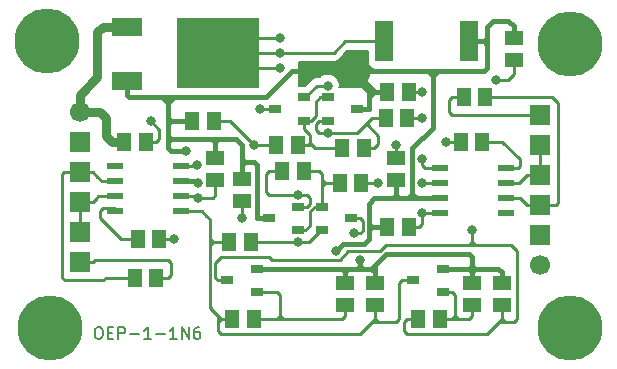
<source format=gbr>
G04 #@! TF.GenerationSoftware,KiCad,Pcbnew,(5.1.2-1)-1*
G04 #@! TF.CreationDate,2021-06-24T11:17:02+03:00*
G04 #@! TF.ProjectId,OEP-1,4f45502d-312e-46b6-9963-61645f706362,rev?*
G04 #@! TF.SameCoordinates,Original*
G04 #@! TF.FileFunction,Copper,L1,Top*
G04 #@! TF.FilePolarity,Positive*
%FSLAX46Y46*%
G04 Gerber Fmt 4.6, Leading zero omitted, Abs format (unit mm)*
G04 Created by KiCad (PCBNEW (5.1.2-1)-1) date 2021-06-24 11:17:02*
%MOMM*%
%LPD*%
G04 APERTURE LIST*
%ADD10C,0.200000*%
%ADD11R,1.200000X1.500000*%
%ADD12R,1.500000X1.200000*%
%ADD13R,1.000000X0.800000*%
%ADD14C,5.500000*%
%ADD15R,1.500000X3.500000*%
%ADD16C,1.700000*%
%ADD17R,1.700000X1.700000*%
%ADD18R,7.000000X6.000000*%
%ADD19R,2.500000X1.500000*%
%ADD20R,1.473200X0.609600*%
%ADD21C,0.800000*%
%ADD22C,0.250000*%
%ADD23C,0.450000*%
%ADD24C,0.800000*%
G04 APERTURE END LIST*
D10*
X107011904Y-173952380D02*
X107202380Y-173952380D01*
X107297619Y-174000000D01*
X107392857Y-174095238D01*
X107440476Y-174285714D01*
X107440476Y-174619047D01*
X107392857Y-174809523D01*
X107297619Y-174904761D01*
X107202380Y-174952380D01*
X107011904Y-174952380D01*
X106916666Y-174904761D01*
X106821428Y-174809523D01*
X106773809Y-174619047D01*
X106773809Y-174285714D01*
X106821428Y-174095238D01*
X106916666Y-174000000D01*
X107011904Y-173952380D01*
X107869047Y-174428571D02*
X108202380Y-174428571D01*
X108345238Y-174952380D02*
X107869047Y-174952380D01*
X107869047Y-173952380D01*
X108345238Y-173952380D01*
X108773809Y-174952380D02*
X108773809Y-173952380D01*
X109154761Y-173952380D01*
X109250000Y-174000000D01*
X109297619Y-174047619D01*
X109345238Y-174142857D01*
X109345238Y-174285714D01*
X109297619Y-174380952D01*
X109250000Y-174428571D01*
X109154761Y-174476190D01*
X108773809Y-174476190D01*
X109773809Y-174571428D02*
X110535714Y-174571428D01*
X111535714Y-174952380D02*
X110964285Y-174952380D01*
X111250000Y-174952380D02*
X111250000Y-173952380D01*
X111154761Y-174095238D01*
X111059523Y-174190476D01*
X110964285Y-174238095D01*
X111964285Y-174571428D02*
X112726190Y-174571428D01*
X113726190Y-174952380D02*
X113154761Y-174952380D01*
X113440476Y-174952380D02*
X113440476Y-173952380D01*
X113345238Y-174095238D01*
X113250000Y-174190476D01*
X113154761Y-174238095D01*
X114154761Y-174952380D02*
X114154761Y-173952380D01*
X114726190Y-174952380D01*
X114726190Y-173952380D01*
X115630952Y-173952380D02*
X115440476Y-173952380D01*
X115345238Y-174000000D01*
X115297619Y-174047619D01*
X115202380Y-174190476D01*
X115154761Y-174380952D01*
X115154761Y-174761904D01*
X115202380Y-174857142D01*
X115250000Y-174904761D01*
X115345238Y-174952380D01*
X115535714Y-174952380D01*
X115630952Y-174904761D01*
X115678571Y-174857142D01*
X115726190Y-174761904D01*
X115726190Y-174523809D01*
X115678571Y-174428571D01*
X115630952Y-174380952D01*
X115535714Y-174333333D01*
X115345238Y-174333333D01*
X115250000Y-174380952D01*
X115202380Y-174428571D01*
X115154761Y-174523809D01*
D11*
X124500000Y-160750000D03*
X122650000Y-160750000D03*
X129600000Y-158750000D03*
X127750000Y-158750000D03*
D12*
X119250003Y-161399998D03*
X119250003Y-163249998D03*
D11*
X127500000Y-161750000D03*
X129350000Y-161750000D03*
X124000000Y-158500000D03*
X122150000Y-158500000D03*
X131500000Y-154000000D03*
X133350000Y-154000000D03*
D13*
X126000000Y-163750000D03*
X126000000Y-165750000D03*
X128500000Y-164750000D03*
X124000000Y-165750000D03*
X124000000Y-163750000D03*
X121500000Y-164750000D03*
X124500000Y-156500000D03*
X124500000Y-154500000D03*
X122000000Y-155500000D03*
X126500000Y-154500000D03*
X126500000Y-156500000D03*
X129000000Y-155500000D03*
D11*
X133350000Y-165500000D03*
X131500000Y-165500000D03*
X116850000Y-156500000D03*
X115000000Y-156500000D03*
X139600000Y-158250000D03*
X137750000Y-158250000D03*
D12*
X141249999Y-172100000D03*
X141249999Y-170250000D03*
D11*
X134150000Y-173250000D03*
X136000000Y-173250000D03*
D12*
X138750000Y-172100001D03*
X138750000Y-170250001D03*
D11*
X118150000Y-166750000D03*
X120000000Y-166750000D03*
X131400000Y-156250000D03*
X133250000Y-156250000D03*
X118400000Y-173250000D03*
X120250000Y-173250000D03*
D12*
X128000000Y-172100000D03*
X128000000Y-170250000D03*
X130500000Y-172100000D03*
X130500000Y-170250000D03*
D11*
X110400000Y-166500000D03*
X112250000Y-166500000D03*
X139850000Y-154500000D03*
X138000000Y-154500000D03*
X110150000Y-169750000D03*
X112000000Y-169750000D03*
D14*
X147000000Y-150000000D03*
X147000000Y-174000000D03*
X102750000Y-149750000D03*
X103000000Y-174000000D03*
D12*
X142250000Y-151350000D03*
X142250000Y-149500000D03*
X132250000Y-159650000D03*
X132250000Y-161500000D03*
X117000000Y-161500000D03*
X117000000Y-159650000D03*
D15*
X131250000Y-149750000D03*
X138500000Y-149750000D03*
D11*
X111100000Y-158250000D03*
X109250000Y-158250000D03*
D16*
X144500000Y-168700000D03*
D17*
X144500000Y-166160000D03*
X144500000Y-163620000D03*
X144500000Y-161080000D03*
X144500000Y-158540000D03*
X144500000Y-156000000D03*
D16*
X105500000Y-155750000D03*
D17*
X105500000Y-158290000D03*
X105500000Y-160830000D03*
X105500000Y-163370000D03*
X105500000Y-165910000D03*
X105500000Y-168450000D03*
D13*
X133750000Y-170000000D03*
X136250000Y-169000000D03*
X136250000Y-171000000D03*
X118000000Y-170000000D03*
X120500000Y-169000000D03*
X120500000Y-171000000D03*
D18*
X117250000Y-150750000D03*
D19*
X109500000Y-153100000D03*
X109500000Y-148500000D03*
D20*
X141588000Y-160500000D03*
X141588000Y-161770000D03*
X141588000Y-163040000D03*
X141588000Y-164310000D03*
X136000000Y-164310000D03*
X136000000Y-163040000D03*
X136000000Y-161770000D03*
X136000000Y-160500000D03*
X108456000Y-164155000D03*
X108456000Y-162885000D03*
X108456000Y-161615000D03*
X108456000Y-160345000D03*
X114044000Y-160345000D03*
X114044000Y-161615000D03*
X114044000Y-162885000D03*
X114044000Y-164155000D03*
D21*
X115425000Y-160250000D03*
X120250000Y-158500000D03*
X129250000Y-168250000D03*
X127237347Y-167487347D03*
X115500000Y-161750000D03*
X114500000Y-159000000D03*
X111500000Y-156500000D03*
X136500000Y-158250000D03*
X113500000Y-166500000D03*
X115500000Y-163000000D03*
X134500000Y-161750000D03*
X140750000Y-153000000D03*
X132250000Y-158500000D03*
X128750000Y-166000000D03*
X119250000Y-164750000D03*
X120750000Y-155500000D03*
X134500000Y-154000000D03*
X122500000Y-150750000D03*
X122500000Y-152000000D03*
X122500000Y-149500000D03*
X134500000Y-164250000D03*
X130750000Y-161750000D03*
X134500000Y-156250000D03*
X134500000Y-159750000D03*
X138750000Y-165750000D03*
X126500000Y-153499999D03*
X126499999Y-157499999D03*
X124000001Y-162750001D03*
X123999999Y-166750000D03*
D22*
X107250000Y-164750000D02*
X107250000Y-164124400D01*
X107250000Y-164124400D02*
X107469400Y-163905000D01*
X109000000Y-166500000D02*
X107250000Y-164750000D01*
X107469400Y-163905000D02*
X108456000Y-163905000D01*
X110250000Y-166500000D02*
X109000000Y-166500000D01*
X115330000Y-160345000D02*
X115425000Y-160250000D01*
X114044000Y-160345000D02*
X115330000Y-160345000D01*
X122150000Y-158500000D02*
X120250000Y-158500000D01*
X118250000Y-156500000D02*
X120250000Y-158500000D01*
X116850000Y-156500000D02*
X118250000Y-156500000D01*
D23*
X130200000Y-169000000D02*
X128249999Y-169000000D01*
X128000000Y-169250000D02*
X128000000Y-170250001D01*
X130499999Y-170249999D02*
X130500000Y-169300000D01*
X128249999Y-169000000D02*
X128000000Y-169250000D01*
X130500000Y-169300000D02*
X130200000Y-169000000D01*
X127750000Y-169000000D02*
X128249999Y-169000000D01*
X128000000Y-169250000D02*
X127750000Y-169000000D01*
X138500000Y-149750000D02*
X139700000Y-149750000D01*
X139700000Y-149750000D02*
X140000000Y-150050000D01*
X136000000Y-163040000D02*
X134040000Y-163040000D01*
X135424999Y-152674999D02*
X135000000Y-152250000D01*
X134040000Y-163040000D02*
X133674999Y-162674999D01*
X135849998Y-152250000D02*
X135424999Y-152674999D01*
X113000000Y-155000000D02*
X112500000Y-154500000D01*
X113500000Y-154500000D02*
X113000000Y-155000000D01*
X134040000Y-163040000D02*
X133309998Y-163040000D01*
X133349998Y-163000000D02*
X133549999Y-162799999D01*
X133549999Y-162799999D02*
X133674999Y-162674999D01*
X132809998Y-163040000D02*
X136000000Y-163040000D01*
X132540000Y-163040000D02*
X132809998Y-163040000D01*
X132250000Y-161500000D02*
X132250000Y-162750000D01*
X132250000Y-162750000D02*
X132540000Y-163040000D01*
X117000000Y-158950000D02*
X117000000Y-160000000D01*
X117000000Y-158250000D02*
X116750000Y-158000000D01*
X117000000Y-158500000D02*
X117000000Y-158250000D01*
X117000000Y-158500000D02*
X117000000Y-158950000D01*
X132250000Y-162750000D02*
X132000000Y-163000000D01*
X140000000Y-149450000D02*
X139700000Y-149750000D01*
X140000000Y-149450000D02*
X140000000Y-150050000D01*
X142250000Y-148450000D02*
X142250000Y-149500000D01*
X141800000Y-148000000D02*
X142250000Y-148450000D01*
X140500000Y-148000000D02*
X141800000Y-148000000D01*
X140000000Y-148500000D02*
X140500000Y-148000000D01*
X140000000Y-149950000D02*
X140000000Y-148500000D01*
X141250000Y-169300000D02*
X140950000Y-169000000D01*
X141249999Y-170250000D02*
X141250000Y-169300000D01*
X140950000Y-169000000D02*
X139000000Y-169000000D01*
X138750000Y-169250000D02*
X138750000Y-170250001D01*
X139000000Y-169000000D02*
X138750000Y-169250000D01*
X138750000Y-169250000D02*
X138500000Y-169000000D01*
X126750000Y-169000001D02*
X127750000Y-169000000D01*
X120500000Y-169000000D02*
X121750000Y-169000001D01*
X138750000Y-169000000D02*
X139000000Y-169000000D01*
X138500000Y-169000000D02*
X138750000Y-169000000D01*
X138750000Y-168000000D02*
X138500000Y-167750000D01*
X138500000Y-167750000D02*
X131450000Y-167750000D01*
X130500000Y-168750000D02*
X130475000Y-168725000D01*
X130500000Y-169300000D02*
X130500000Y-168750000D01*
X131450000Y-167750000D02*
X130475000Y-168725000D01*
X130475000Y-168725000D02*
X130200000Y-169000000D01*
X138500000Y-169000000D02*
X138750000Y-168750000D01*
X138250000Y-169000000D02*
X138500000Y-169000000D01*
X138750000Y-168750000D02*
X138750000Y-168000000D01*
X138750000Y-169000000D02*
X138750000Y-168750000D01*
X136250000Y-169000000D02*
X138250000Y-169000000D01*
X139000000Y-169000000D02*
X138750000Y-168750000D01*
X129250000Y-168750000D02*
X129000000Y-169000000D01*
X129250000Y-168500000D02*
X129250000Y-168750000D01*
X129250000Y-168750001D02*
X129499999Y-169000000D01*
X131500000Y-165500000D02*
X130250000Y-165500000D01*
X130000000Y-165500000D02*
X130000000Y-166000000D01*
X113250000Y-158000000D02*
X113075001Y-158174999D01*
X114250000Y-158000000D02*
X113250000Y-158000000D01*
X114250000Y-158000000D02*
X113750000Y-158000000D01*
X116750000Y-158000000D02*
X114250000Y-158000000D01*
X113250000Y-158000000D02*
X113000000Y-157750000D01*
X113000000Y-157750000D02*
X113000000Y-157500000D01*
X113000000Y-157778998D02*
X113075001Y-157853999D01*
X113000000Y-157500000D02*
X113000000Y-157778998D01*
X113000000Y-157500000D02*
X113000000Y-158750000D01*
X113250000Y-156500000D02*
X113000000Y-156750000D01*
X115000000Y-156500000D02*
X113250000Y-156500000D01*
X113000000Y-157500000D02*
X113000000Y-156750000D01*
X113000000Y-156250000D02*
X113250000Y-156500000D01*
X113000000Y-155750000D02*
X113000000Y-156250000D01*
X113000000Y-156750000D02*
X113000000Y-155750000D01*
X130125000Y-165375000D02*
X130000000Y-165250000D01*
X130250000Y-165500000D02*
X130125000Y-165375000D01*
X131500000Y-165500000D02*
X130000000Y-165500000D01*
X120500000Y-163700000D02*
X120500000Y-162750000D01*
X120500000Y-162750000D02*
X120500000Y-160250000D01*
X120500000Y-160250000D02*
X120250000Y-160000000D01*
X120250000Y-160000000D02*
X119500000Y-160000000D01*
X119500000Y-160000000D02*
X119250000Y-160250000D01*
X119250000Y-160250000D02*
X119250000Y-161500000D01*
X119250000Y-159750000D02*
X119500000Y-160000000D01*
X119250000Y-158500000D02*
X119250000Y-159750000D01*
X118750000Y-158000000D02*
X119250000Y-158500000D01*
X117250000Y-158000000D02*
X118750000Y-158000000D01*
X117000000Y-158250000D02*
X117250000Y-158000000D01*
X119250000Y-160250000D02*
X119250000Y-159750000D01*
X117250000Y-158000000D02*
X116750000Y-158000000D01*
X121750000Y-169000001D02*
X126750000Y-169000001D01*
X133674999Y-158825001D02*
X133674999Y-162674999D01*
X135424999Y-157075001D02*
X133674999Y-158825001D01*
X139750000Y-152250000D02*
X140000000Y-152000000D01*
X140000000Y-152000000D02*
X140000000Y-150050000D01*
X129950000Y-155500000D02*
X130000000Y-155450000D01*
X129000000Y-155500000D02*
X129950000Y-155500000D01*
X130000000Y-155450000D02*
X130000000Y-155000000D01*
X130000000Y-155000000D02*
X130000000Y-154750000D01*
X135424999Y-155174999D02*
X135424999Y-152825001D01*
X135424999Y-152325001D02*
X135500000Y-152250000D01*
X135500000Y-152250000D02*
X139750000Y-152250000D01*
X135424999Y-155174999D02*
X135424999Y-157075001D01*
X132500000Y-152250000D02*
X135500000Y-152250000D01*
X113000000Y-155000000D02*
X113000000Y-155750000D01*
X125500000Y-152250000D02*
X128000000Y-152250000D01*
X121250000Y-154500000D02*
X123500000Y-152250000D01*
X123500000Y-152250000D02*
X125500000Y-152250000D01*
X109700000Y-154500000D02*
X121250000Y-154500000D01*
X109500000Y-154300000D02*
X109700000Y-154500000D01*
X109500000Y-153100000D02*
X109500000Y-154300000D01*
X132500000Y-152250000D02*
X130000000Y-152250000D01*
X131500000Y-154000000D02*
X130450000Y-154000000D01*
X130000000Y-154750000D02*
X130000000Y-153500000D01*
X130000000Y-154750000D02*
X130000000Y-154400000D01*
X130000000Y-154450000D02*
X130450000Y-154000000D01*
X130000000Y-154750000D02*
X130000000Y-154450000D01*
X130450000Y-153950000D02*
X129750000Y-153250000D01*
X129750000Y-153250000D02*
X129500000Y-153000000D01*
X130450000Y-154000000D02*
X130450000Y-153950000D01*
X130000000Y-153500000D02*
X129750000Y-153250000D01*
X130000000Y-154450000D02*
X130000000Y-154000000D01*
X130000000Y-154000000D02*
X129500000Y-153500000D01*
X127237347Y-167487347D02*
X127774704Y-166949990D01*
X127774704Y-166949990D02*
X129550010Y-166949990D01*
X129550010Y-166949990D02*
X130000000Y-166500000D01*
X130000000Y-165750000D02*
X130250000Y-165500000D01*
X130000000Y-166000000D02*
X130000000Y-165250000D01*
X130000000Y-166500000D02*
X130000000Y-166000000D01*
X130000000Y-166000000D02*
X130000000Y-165750000D01*
X130460000Y-163040000D02*
X132809998Y-163040000D01*
X130000000Y-163500000D02*
X130460000Y-163040000D01*
X130000000Y-165500000D02*
X130000000Y-163500000D01*
X120500000Y-163700000D02*
X120500000Y-164500000D01*
X120500000Y-164700000D02*
X120550000Y-164750000D01*
X120500000Y-164500000D02*
X120500000Y-164700000D01*
X120550000Y-164750000D02*
X121500000Y-164750000D01*
X115365000Y-161615000D02*
X115500000Y-161750000D01*
X114044000Y-161615000D02*
X115365000Y-161615000D01*
X113250000Y-159000000D02*
X113000000Y-158750000D01*
X114500000Y-159000000D02*
X113250000Y-159000000D01*
D22*
X121500000Y-152000000D02*
X121500000Y-152000000D01*
X121500000Y-149500000D02*
X121500000Y-149500000D01*
X137750000Y-158250000D02*
X136500000Y-158250000D01*
X112250000Y-166500000D02*
X113500000Y-166500000D01*
X114044000Y-162885000D02*
X115385000Y-162885000D01*
X115385000Y-162885000D02*
X115500000Y-163000000D01*
X136000000Y-161770000D02*
X134520000Y-161770000D01*
X134520000Y-161770000D02*
X134500000Y-161750000D01*
X119250000Y-152750000D02*
X117250000Y-150750000D01*
X116750000Y-163000000D02*
X117000000Y-162750000D01*
X117000000Y-162350000D02*
X117000000Y-162500000D01*
X117000000Y-161500000D02*
X117000000Y-162350000D01*
X117000000Y-162750000D02*
X117000000Y-162500000D01*
X117000000Y-162500000D02*
X117000000Y-161850000D01*
X115500000Y-163000000D02*
X116750000Y-163000000D01*
X142250000Y-151350000D02*
X142250000Y-152500000D01*
X142250000Y-152500000D02*
X141750000Y-153000000D01*
X141750000Y-153000000D02*
X140750000Y-153000000D01*
X112250000Y-158000000D02*
X112000000Y-158250000D01*
X112250000Y-157250000D02*
X112250000Y-158000000D01*
X111500000Y-156500000D02*
X112250000Y-157250000D01*
X111100000Y-158250000D02*
X112000000Y-158250000D01*
X132250000Y-159650000D02*
X132250000Y-158500000D01*
X121500000Y-150750000D02*
X121500000Y-150750000D01*
X129250000Y-164750000D02*
X129449990Y-164949990D01*
X128500000Y-164750000D02*
X129250000Y-164750000D01*
X129449990Y-164949990D02*
X129449990Y-165500000D01*
X129449990Y-165500000D02*
X129449990Y-165800010D01*
X129250000Y-166000000D02*
X128750000Y-166000000D01*
X129449990Y-165800010D02*
X129250000Y-166000000D01*
X119250003Y-164099998D02*
X119250000Y-164100001D01*
X119250003Y-163249998D02*
X119250003Y-164099998D01*
X119250000Y-164100001D02*
X119250000Y-164750000D01*
X122000000Y-155500000D02*
X120750000Y-155500000D01*
X122500000Y-150750000D02*
X122750000Y-150750000D01*
X128000000Y-149750000D02*
X127000000Y-150750000D01*
X131250000Y-149750000D02*
X128000000Y-149750000D01*
X122750000Y-150750000D02*
X127000000Y-150750000D01*
X133350000Y-154000000D02*
X134500000Y-154000000D01*
X117250000Y-150750000D02*
X122500000Y-150750000D01*
X117250000Y-152000000D02*
X122500000Y-152000000D01*
X117250000Y-149500000D02*
X122500000Y-149500000D01*
X130500000Y-172250000D02*
X130499998Y-173250001D01*
X117500000Y-173250000D02*
X118250000Y-173250000D01*
X117250000Y-173500000D02*
X117500000Y-173250000D01*
X130499998Y-173250001D02*
X130500001Y-173250001D01*
X130500001Y-173250001D02*
X130750000Y-173500000D01*
X130750000Y-173500000D02*
X132250000Y-173500000D01*
X132250000Y-173500000D02*
X132500000Y-173250000D01*
X132500000Y-173250000D02*
X132500000Y-170250000D01*
X132750000Y-170000000D02*
X133750000Y-170000000D01*
X132500000Y-170250000D02*
X132750000Y-170000000D01*
X130250000Y-173500000D02*
X130249999Y-173499999D01*
X130750000Y-173500000D02*
X130250000Y-173500000D01*
X130499998Y-173250001D02*
X130249999Y-173499999D01*
X115845000Y-164155000D02*
X114044000Y-164155000D01*
X118250000Y-166750000D02*
X116750000Y-166750000D01*
X116500000Y-172250000D02*
X117500000Y-173250000D01*
X116500000Y-164810000D02*
X116220000Y-164530000D01*
X116500000Y-166500000D02*
X116500000Y-164810000D01*
X116750000Y-166750000D02*
X116500000Y-166500000D01*
X116220000Y-164530000D02*
X115845000Y-164155000D01*
X116500000Y-172250000D02*
X116549990Y-172299990D01*
X116500000Y-169750000D02*
X116500000Y-172250000D01*
X117250000Y-173500000D02*
X117250000Y-173000000D01*
X116549990Y-172299990D02*
X117250000Y-173000000D01*
X117250000Y-173000000D02*
X117500000Y-173250000D01*
X116500000Y-167000000D02*
X116750000Y-166750000D01*
X116500000Y-167750000D02*
X116500000Y-167000000D01*
X116500000Y-167750000D02*
X116500000Y-169750000D01*
X116500000Y-166500000D02*
X116500000Y-167750000D01*
X117500000Y-174500000D02*
X129250000Y-174500000D01*
X117250000Y-174250000D02*
X117500000Y-174500000D01*
X129250000Y-174500000D02*
X130249999Y-173499999D01*
X117250000Y-173500000D02*
X117250000Y-174250000D01*
X142574600Y-160500000D02*
X142750000Y-160324600D01*
X141588000Y-160500000D02*
X142574600Y-160500000D01*
X142750000Y-160324600D02*
X142750000Y-159750000D01*
X142750000Y-159750000D02*
X141250000Y-158250000D01*
X141250000Y-158250000D02*
X139750000Y-158250000D01*
X136000000Y-164310000D02*
X134560000Y-164310000D01*
X134560000Y-164310000D02*
X134500000Y-164250000D01*
X134500000Y-164250000D02*
X134500000Y-165250000D01*
X134250000Y-165500000D02*
X133350000Y-165500000D01*
X134500000Y-165250000D02*
X134250000Y-165500000D01*
X129350000Y-161750000D02*
X130750000Y-161750000D01*
X133250000Y-156250000D02*
X134349999Y-156250000D01*
X136000000Y-160500000D02*
X134750000Y-160500000D01*
X134750000Y-160500000D02*
X134500000Y-160250000D01*
X134500000Y-160250000D02*
X134500000Y-159750000D01*
X134000000Y-173250000D02*
X133250000Y-173250000D01*
X133250000Y-173250000D02*
X133000000Y-173500000D01*
X133000000Y-173500000D02*
X133000000Y-174250000D01*
X133000000Y-174250000D02*
X133250000Y-174500000D01*
X133250000Y-174500000D02*
X140000000Y-174500000D01*
X141249999Y-173250001D02*
X141249999Y-172250000D01*
X142249999Y-173500001D02*
X142500000Y-173250000D01*
X141499999Y-173500001D02*
X141249999Y-173250001D01*
X141000001Y-173500001D02*
X141000000Y-173500000D01*
X141749999Y-173500001D02*
X141000001Y-173500001D01*
X141000000Y-173500000D02*
X141249999Y-173250001D01*
X140000000Y-174500000D02*
X141000000Y-173500000D01*
X141749999Y-173500001D02*
X142249999Y-173500001D01*
X141499999Y-173500001D02*
X141749999Y-173500001D01*
X142500000Y-167500000D02*
X142500000Y-168500000D01*
X142000000Y-167000000D02*
X142500000Y-167500000D01*
X142500000Y-168500000D02*
X142500000Y-173250000D01*
X138500000Y-167000000D02*
X138750000Y-166750000D01*
X138750000Y-166750000D02*
X138750000Y-167000000D01*
X138500000Y-167000000D02*
X138750000Y-167000000D01*
X139000000Y-167000000D02*
X138750000Y-166750000D01*
X139500000Y-167000000D02*
X139000000Y-167000000D01*
X139500000Y-167000000D02*
X142000000Y-167000000D01*
X138750000Y-167000000D02*
X139500000Y-167000000D01*
X131422170Y-167000000D02*
X138500000Y-167000000D01*
X128250000Y-167500000D02*
X130922170Y-167500000D01*
X127500000Y-168250000D02*
X128250000Y-167500000D01*
X121500000Y-168000000D02*
X121750000Y-168250000D01*
X121750000Y-168250000D02*
X127500000Y-168250000D01*
X117000000Y-168500000D02*
X117500000Y-168000000D01*
X117000000Y-169750000D02*
X117000000Y-168500000D01*
X117250000Y-170000000D02*
X117000000Y-169750000D01*
X130922170Y-167500000D02*
X131422170Y-167000000D01*
X117500000Y-168000000D02*
X121500000Y-168000000D01*
X118000000Y-170000000D02*
X117250000Y-170000000D01*
X138750000Y-165750000D02*
X138750000Y-166750000D01*
X122500000Y-171250000D02*
X122500000Y-173000001D01*
X122500000Y-173000001D02*
X122750000Y-173250000D01*
X122250000Y-173250000D02*
X122500000Y-173000001D01*
X122249999Y-171000000D02*
X122500000Y-171250000D01*
X120250000Y-173250000D02*
X121250000Y-173250000D01*
X120500000Y-171000000D02*
X121249999Y-171000000D01*
X127750000Y-173250000D02*
X128000000Y-173000000D01*
X128000000Y-173000000D02*
X128000000Y-172250000D01*
X121250000Y-173250000D02*
X127750000Y-173250000D01*
X121249999Y-171000000D02*
X122250000Y-171000000D01*
X138500000Y-173250000D02*
X138750000Y-173000000D01*
X138750000Y-173000000D02*
X138750000Y-172250000D01*
X136250000Y-171000000D02*
X137000000Y-171000000D01*
X137000000Y-171000000D02*
X137250000Y-171250000D01*
X137250000Y-173000000D02*
X137500000Y-173250000D01*
X137250000Y-171250000D02*
X137250000Y-173000000D01*
X137500000Y-173250000D02*
X138500000Y-173250000D01*
X137000000Y-173250000D02*
X137250000Y-173000000D01*
X136000000Y-173250000D02*
X137000000Y-173250000D01*
X137000000Y-173250000D02*
X137500000Y-173250000D01*
X105500000Y-163370000D02*
X106600000Y-163370000D01*
X105500000Y-163370000D02*
X105500000Y-165910000D01*
X107085000Y-162885000D02*
X106860000Y-163110000D01*
X108456000Y-162885000D02*
X107085000Y-162885000D01*
X106600000Y-163370000D02*
X106860000Y-163110000D01*
X105500000Y-160830000D02*
X106600000Y-160830000D01*
X107135000Y-161365000D02*
X107010000Y-161240000D01*
X106600000Y-160830000D02*
X107010000Y-161240000D01*
X104170000Y-160830000D02*
X105500000Y-160830000D01*
X107500000Y-170000000D02*
X104250000Y-170000000D01*
X104250000Y-170000000D02*
X104000000Y-169750000D01*
X104000000Y-169750000D02*
X104000000Y-161000000D01*
X104000000Y-161000000D02*
X104170000Y-160830000D01*
X108750000Y-169750000D02*
X107750000Y-169750000D01*
X107750000Y-169750000D02*
X107500000Y-170000000D01*
X110150000Y-169750000D02*
X108750000Y-169750000D01*
X108750000Y-169750000D02*
X108000000Y-169750000D01*
X107385000Y-161615000D02*
X107010000Y-161240000D01*
X108456000Y-161615000D02*
X107385000Y-161615000D01*
X146000000Y-163450000D02*
X145830000Y-163620000D01*
X145830000Y-163620000D02*
X144500000Y-163620000D01*
X143400000Y-163620000D02*
X144500000Y-163620000D01*
X142820000Y-163040000D02*
X143400000Y-163620000D01*
X141588000Y-163040000D02*
X142820000Y-163040000D01*
X139850000Y-154500000D02*
X145500000Y-154500000D01*
X145500000Y-154500000D02*
X146000000Y-155000000D01*
X146000000Y-155000000D02*
X146000000Y-163450000D01*
D24*
X107750000Y-156250000D02*
X107250000Y-155750000D01*
X107250000Y-155750000D02*
X105500000Y-155750000D01*
X109250000Y-158250000D02*
X108250000Y-158250000D01*
X107750000Y-157750000D02*
X107750000Y-156250000D01*
X108250000Y-158250000D02*
X107750000Y-157750000D01*
X107000000Y-152772808D02*
X107000000Y-149000000D01*
X107500000Y-148500000D02*
X109250000Y-148500000D01*
X107000000Y-149000000D02*
X107500000Y-148500000D01*
X105500000Y-154272808D02*
X107000000Y-152772808D01*
X105500000Y-155750000D02*
X105500000Y-154272808D01*
D22*
X105500000Y-168450000D02*
X106600000Y-168450000D01*
X112000000Y-169750000D02*
X113000000Y-169750000D01*
X113000000Y-169750000D02*
X113250000Y-169500000D01*
X113250000Y-169500000D02*
X113250000Y-168500000D01*
X113250000Y-168500000D02*
X113000000Y-168250000D01*
X106800000Y-168250000D02*
X106600000Y-168450000D01*
X113000000Y-168250000D02*
X108000000Y-168250000D01*
X108000000Y-168250000D02*
X106800000Y-168250000D01*
X108000000Y-168250000D02*
X107050000Y-168250000D01*
X137000000Y-154500000D02*
X138000000Y-154500000D01*
X137000000Y-156000000D02*
X136750000Y-155750000D01*
X136750000Y-154750000D02*
X137000000Y-154500000D01*
X144500000Y-156000000D02*
X137000000Y-156000000D01*
X136750000Y-155750000D02*
X136750000Y-154750000D01*
X142710000Y-161770000D02*
X141588000Y-161770000D01*
X144500000Y-161080000D02*
X143400000Y-161080000D01*
X143400000Y-161080000D02*
X142710000Y-161770000D01*
X144500000Y-159640000D02*
X144500000Y-161080000D01*
X144500000Y-158540000D02*
X144500000Y-159640000D01*
X124850001Y-158500000D02*
X124000000Y-158500000D01*
X125000000Y-158350000D02*
X124850001Y-158500000D01*
X125500000Y-156113590D02*
X125500000Y-154886409D01*
X125113590Y-156500001D02*
X125500000Y-156113590D01*
X125886410Y-154500000D02*
X126500000Y-154500000D01*
X125500000Y-154886409D02*
X125886410Y-154500000D01*
X124500000Y-156500000D02*
X125113590Y-156500001D01*
X127750000Y-158750000D02*
X125400000Y-158750000D01*
X124500000Y-157150000D02*
X124500000Y-156499998D01*
X125000001Y-157650002D02*
X124500000Y-157150000D01*
X125000000Y-158350000D02*
X125000001Y-157650002D01*
X124850001Y-158500000D02*
X125150000Y-158500000D01*
X125200000Y-158550000D02*
X125000000Y-158350000D01*
X125150000Y-158500000D02*
X125200000Y-158550000D01*
X125400000Y-158750000D02*
X125200000Y-158550000D01*
X126000000Y-163750002D02*
X125386410Y-163749999D01*
X124613590Y-165750000D02*
X123999999Y-165750001D01*
X125386410Y-163749999D02*
X125000000Y-164136410D01*
X125000000Y-164136410D02*
X125000000Y-165363591D01*
X125000000Y-165363591D02*
X124613590Y-165750000D01*
X126000000Y-163750000D02*
X126000000Y-162000000D01*
X126000000Y-162000000D02*
X126250000Y-161750000D01*
X126250000Y-161750000D02*
X127500000Y-161750000D01*
X124500000Y-160750000D02*
X125750000Y-160750000D01*
X125750000Y-160750000D02*
X126000000Y-161000000D01*
X126000000Y-161500000D02*
X126250000Y-161750000D01*
X126000000Y-161000000D02*
X126000000Y-161500000D01*
X126000000Y-162000000D02*
X126000000Y-161500000D01*
X125600000Y-153499999D02*
X126500000Y-153499999D01*
X124600000Y-154500000D02*
X125600000Y-153499999D01*
X126500001Y-156500000D02*
X125750000Y-156500000D01*
X125750000Y-156500000D02*
X125499999Y-156750001D01*
X125499999Y-156750001D02*
X125500001Y-157000001D01*
X125500000Y-157250000D02*
X125750001Y-157500001D01*
X125500001Y-157000001D02*
X125500000Y-157250000D01*
X125750001Y-157500001D02*
X126499999Y-157499999D01*
X126499999Y-157499999D02*
X129000001Y-157499999D01*
X130250000Y-156250000D02*
X131500000Y-156250000D01*
X130450000Y-158750000D02*
X130750000Y-158450000D01*
X129600000Y-158750000D02*
X130450000Y-158750000D01*
X130750000Y-158450000D02*
X130750000Y-157750000D01*
X130750000Y-157750000D02*
X129875000Y-156875000D01*
X129875000Y-156875000D02*
X129625000Y-156875000D01*
X129000001Y-157499999D02*
X129625000Y-156875000D01*
X129875000Y-156875000D02*
X129875000Y-156625000D01*
X129875000Y-156625000D02*
X130000000Y-156500000D01*
X130000000Y-156500000D02*
X130250000Y-156250000D01*
X129625000Y-156875000D02*
X130000000Y-156500000D01*
X123999999Y-163750000D02*
X124750000Y-163750000D01*
X124750000Y-163750000D02*
X125000000Y-163499998D01*
X125000000Y-163499998D02*
X124999999Y-163249999D01*
X124999999Y-163249999D02*
X125000000Y-163000000D01*
X125000000Y-163000000D02*
X124749999Y-162749999D01*
X124749999Y-162749999D02*
X124000001Y-162750001D01*
X125900000Y-165750000D02*
X124900001Y-166750001D01*
X126000000Y-165750000D02*
X125900000Y-165750000D01*
X124900001Y-166750001D02*
X123999999Y-166750001D01*
X120250000Y-166750000D02*
X121750000Y-166750000D01*
X121750000Y-166750000D02*
X122500000Y-166750000D01*
X122500000Y-166750000D02*
X123000000Y-166750000D01*
X123999999Y-166750001D02*
X123999999Y-166750001D01*
X123000000Y-166750000D02*
X123999999Y-166750000D01*
X121250000Y-161000000D02*
X121250000Y-162500000D01*
X121500000Y-160750000D02*
X121250000Y-161000000D01*
X121500001Y-162750001D02*
X124000001Y-162750001D01*
X121250000Y-162500000D02*
X121500001Y-162750001D01*
X122650000Y-160750000D02*
X121500000Y-160750000D01*
D10*
G36*
X129897097Y-151500000D02*
G01*
X129908682Y-151617621D01*
X129942990Y-151730721D01*
X129998704Y-151834955D01*
X130073683Y-151926317D01*
X130165045Y-152001296D01*
X130269279Y-152057010D01*
X130382379Y-152091318D01*
X130400000Y-152093054D01*
X130400000Y-152269979D01*
X130285916Y-152330958D01*
X130118419Y-152468419D01*
X129980958Y-152635916D01*
X129878816Y-152827012D01*
X129815916Y-153034362D01*
X129794678Y-153250000D01*
X129799409Y-153650000D01*
X127489754Y-153650000D01*
X127500000Y-153598490D01*
X127500000Y-153401508D01*
X127461571Y-153208310D01*
X127386189Y-153026321D01*
X127276751Y-152862536D01*
X127137463Y-152723248D01*
X126973678Y-152613810D01*
X126791689Y-152538428D01*
X126598491Y-152499999D01*
X126401509Y-152499999D01*
X126208311Y-152538428D01*
X126026322Y-152613810D01*
X125862537Y-152723248D01*
X125810786Y-152774999D01*
X125635596Y-152774999D01*
X125599999Y-152771493D01*
X125564402Y-152774999D01*
X125564393Y-152774999D01*
X125457875Y-152785490D01*
X125321212Y-152826946D01*
X125254629Y-152862536D01*
X125195262Y-152894268D01*
X125145891Y-152934787D01*
X125084868Y-152984867D01*
X125062168Y-153012527D01*
X124577599Y-153497097D01*
X124100000Y-153497097D01*
X124100000Y-151475000D01*
X126964403Y-151475000D01*
X127000000Y-151478506D01*
X127035597Y-151475000D01*
X127035607Y-151475000D01*
X127142125Y-151464509D01*
X127278788Y-151423053D01*
X127404737Y-151355731D01*
X127515132Y-151265132D01*
X127537832Y-151237472D01*
X128175305Y-150600000D01*
X129897097Y-150600000D01*
X129897097Y-151500000D01*
X129897097Y-151500000D01*
G37*
X129897097Y-151500000D02*
X129908682Y-151617621D01*
X129942990Y-151730721D01*
X129998704Y-151834955D01*
X130073683Y-151926317D01*
X130165045Y-152001296D01*
X130269279Y-152057010D01*
X130382379Y-152091318D01*
X130400000Y-152093054D01*
X130400000Y-152269979D01*
X130285916Y-152330958D01*
X130118419Y-152468419D01*
X129980958Y-152635916D01*
X129878816Y-152827012D01*
X129815916Y-153034362D01*
X129794678Y-153250000D01*
X129799409Y-153650000D01*
X127489754Y-153650000D01*
X127500000Y-153598490D01*
X127500000Y-153401508D01*
X127461571Y-153208310D01*
X127386189Y-153026321D01*
X127276751Y-152862536D01*
X127137463Y-152723248D01*
X126973678Y-152613810D01*
X126791689Y-152538428D01*
X126598491Y-152499999D01*
X126401509Y-152499999D01*
X126208311Y-152538428D01*
X126026322Y-152613810D01*
X125862537Y-152723248D01*
X125810786Y-152774999D01*
X125635596Y-152774999D01*
X125599999Y-152771493D01*
X125564402Y-152774999D01*
X125564393Y-152774999D01*
X125457875Y-152785490D01*
X125321212Y-152826946D01*
X125254629Y-152862536D01*
X125195262Y-152894268D01*
X125145891Y-152934787D01*
X125084868Y-152984867D01*
X125062168Y-153012527D01*
X124577599Y-153497097D01*
X124100000Y-153497097D01*
X124100000Y-151475000D01*
X126964403Y-151475000D01*
X127000000Y-151478506D01*
X127035597Y-151475000D01*
X127035607Y-151475000D01*
X127142125Y-151464509D01*
X127278788Y-151423053D01*
X127404737Y-151355731D01*
X127515132Y-151265132D01*
X127537832Y-151237472D01*
X128175305Y-150600000D01*
X129897097Y-150600000D01*
X129897097Y-151500000D01*
M02*

</source>
